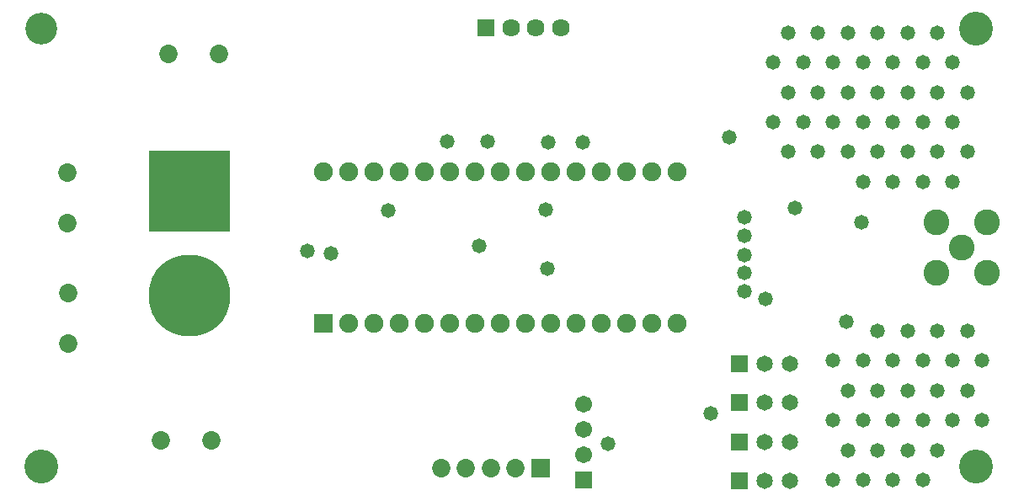
<source format=gbs>
G04*
G04 #@! TF.GenerationSoftware,Altium Limited,Altium Designer,19.1.9 (167)*
G04*
G04 Layer_Color=16711935*
%FSLAX25Y25*%
%MOIN*%
G70*
G01*
G75*
%ADD50C,0.06501*%
%ADD51R,0.06501X0.06501*%
%ADD52C,0.06706*%
%ADD53R,0.06706X0.06706*%
%ADD54C,0.32296*%
%ADD55R,0.32296X0.32296*%
%ADD56C,0.10249*%
%ADD57R,0.07493X0.07493*%
%ADD58C,0.07493*%
%ADD59R,0.07296X0.07296*%
%ADD60C,0.07296*%
%ADD61C,0.07060*%
%ADD62R,0.07060X0.07060*%
%ADD63C,0.05800*%
%ADD64C,0.13398*%
%ADD65C,0.12611*%
D50*
X308000Y52500D02*
D03*
X298000D02*
D03*
X308000Y37000D02*
D03*
X298000D02*
D03*
X308000Y21500D02*
D03*
X298000D02*
D03*
X308000Y6000D02*
D03*
X298000D02*
D03*
D51*
X288000Y52500D02*
D03*
Y37000D02*
D03*
Y21500D02*
D03*
Y6000D02*
D03*
D52*
X226488Y36511D02*
D03*
Y26511D02*
D03*
Y16511D02*
D03*
D53*
Y6511D02*
D03*
D54*
X70500Y79250D02*
D03*
D55*
Y120750D02*
D03*
D56*
X385998Y108425D02*
D03*
X365998D02*
D03*
Y88425D02*
D03*
X385998D02*
D03*
X375998Y98425D02*
D03*
D57*
X123500Y68500D02*
D03*
D58*
X133500D02*
D03*
X143500D02*
D03*
X153500D02*
D03*
X163500D02*
D03*
X173500D02*
D03*
X183500D02*
D03*
X193500D02*
D03*
X203500D02*
D03*
X213500D02*
D03*
X223500D02*
D03*
X233500D02*
D03*
X243500D02*
D03*
X253500D02*
D03*
X263500D02*
D03*
X123500Y128500D02*
D03*
X133500D02*
D03*
X143500D02*
D03*
X153500D02*
D03*
X163500D02*
D03*
X173500D02*
D03*
X183500D02*
D03*
X193500D02*
D03*
X203500D02*
D03*
X213500D02*
D03*
X223500D02*
D03*
X233500D02*
D03*
X243500D02*
D03*
X253500D02*
D03*
X263500D02*
D03*
D59*
X209331Y11011D02*
D03*
D60*
X199488D02*
D03*
X189646D02*
D03*
X179803D02*
D03*
X169961D02*
D03*
X59055Y22000D02*
D03*
X79055D02*
D03*
X22500Y80500D02*
D03*
Y60500D02*
D03*
X22000Y128000D02*
D03*
Y108000D02*
D03*
X82000Y175000D02*
D03*
X62000D02*
D03*
D61*
X217342Y185500D02*
D03*
X207500D02*
D03*
X197658D02*
D03*
D62*
X187815D02*
D03*
D63*
X290000Y110500D02*
D03*
X172500Y140500D02*
D03*
X188500D02*
D03*
X372441Y171653D02*
D03*
X378346Y159842D02*
D03*
X372441Y148031D02*
D03*
X378346Y136220D02*
D03*
X372441Y124409D02*
D03*
X366535Y183465D02*
D03*
X360630Y171653D02*
D03*
X366535Y159842D02*
D03*
X360630Y148031D02*
D03*
X366535Y136220D02*
D03*
X360630Y124409D02*
D03*
X354724Y183465D02*
D03*
X348819Y171653D02*
D03*
X354724Y159842D02*
D03*
X348819Y148031D02*
D03*
X354724Y136220D02*
D03*
X348819Y124409D02*
D03*
X342913Y183465D02*
D03*
X337008Y171653D02*
D03*
X342913Y159842D02*
D03*
X337008Y148031D02*
D03*
X342913Y136220D02*
D03*
X337008Y124409D02*
D03*
X331102Y183465D02*
D03*
X325197Y171653D02*
D03*
X331102Y159842D02*
D03*
X325197Y148031D02*
D03*
X331102Y136220D02*
D03*
X319291Y183465D02*
D03*
X313386Y171653D02*
D03*
X319291Y159842D02*
D03*
X313386Y148031D02*
D03*
X319291Y136220D02*
D03*
X307480Y183465D02*
D03*
X301575Y171653D02*
D03*
X307480Y159842D02*
D03*
X301575Y148031D02*
D03*
X307480Y136220D02*
D03*
X384252Y53543D02*
D03*
Y29921D02*
D03*
X378346Y65354D02*
D03*
X372441Y53543D02*
D03*
X378346Y41732D02*
D03*
X372441Y29921D02*
D03*
X366535Y65354D02*
D03*
X360630Y53543D02*
D03*
X366535Y41732D02*
D03*
X360630Y29921D02*
D03*
X366535Y18110D02*
D03*
X360630Y6299D02*
D03*
X354724Y65354D02*
D03*
X348819Y53543D02*
D03*
X354724Y41732D02*
D03*
X348819Y29921D02*
D03*
X354724Y18110D02*
D03*
X348819Y6299D02*
D03*
X342913Y65354D02*
D03*
X337008Y53543D02*
D03*
X342913Y41732D02*
D03*
X337008Y29921D02*
D03*
X342913Y18110D02*
D03*
X337008Y6299D02*
D03*
X325197Y53543D02*
D03*
X331102Y41732D02*
D03*
X325197Y29921D02*
D03*
X331102Y18110D02*
D03*
X325197Y6299D02*
D03*
X284000Y142000D02*
D03*
X117000Y97000D02*
D03*
X226000Y140000D02*
D03*
X212500D02*
D03*
X290000Y88500D02*
D03*
Y81000D02*
D03*
Y103000D02*
D03*
Y95500D02*
D03*
X236142Y20586D02*
D03*
X276642Y32586D02*
D03*
X149000Y113000D02*
D03*
X126500Y96000D02*
D03*
X212000Y90000D02*
D03*
X185000Y99000D02*
D03*
X211500Y113500D02*
D03*
X298500Y78000D02*
D03*
X336500Y108500D02*
D03*
X330500Y69000D02*
D03*
X310000Y114000D02*
D03*
D64*
X381890Y185039D02*
D03*
Y11811D02*
D03*
X11811D02*
D03*
D65*
Y185039D02*
D03*
M02*

</source>
